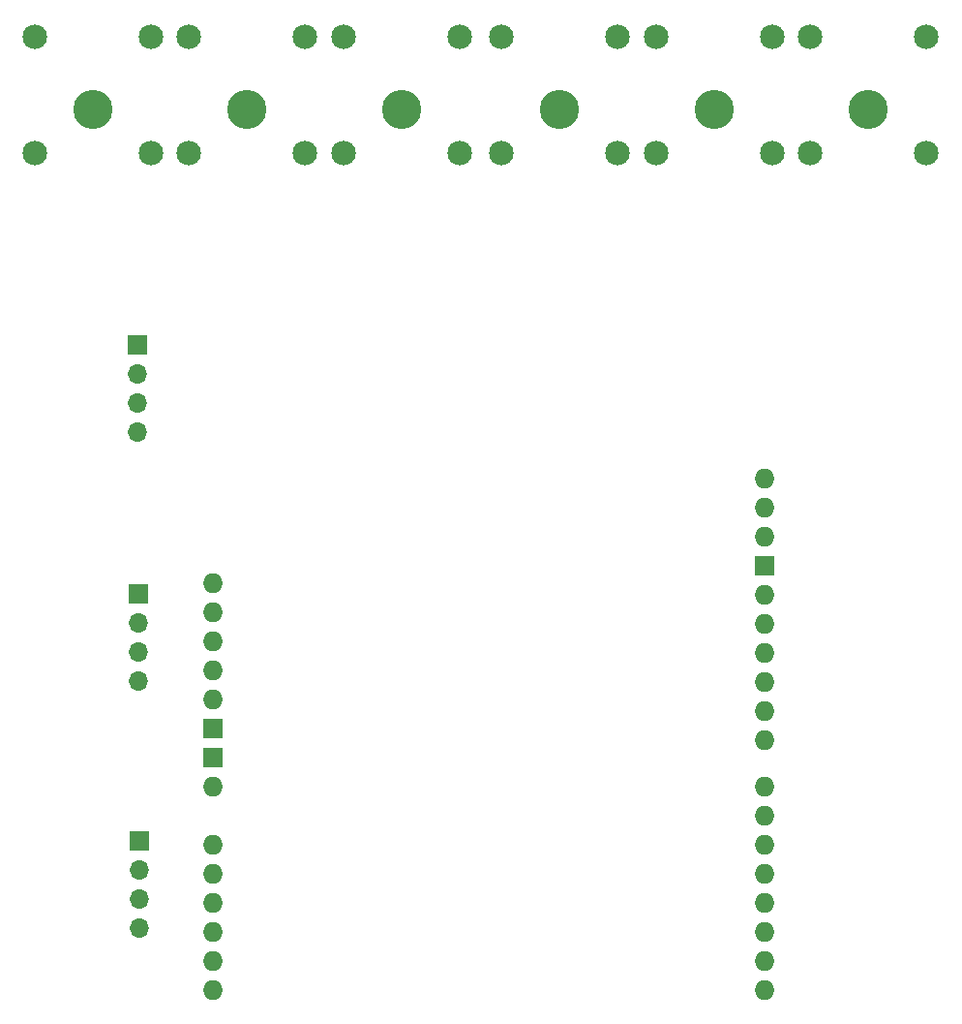
<source format=gbr>
%TF.GenerationSoftware,KiCad,Pcbnew,8.0.5*%
%TF.CreationDate,2025-03-21T11:48:15-04:00*%
%TF.ProjectId,ArduinoRev4Hat,41726475-696e-46f5-9265-76344861742e,rev?*%
%TF.SameCoordinates,Original*%
%TF.FileFunction,Soldermask,Top*%
%TF.FilePolarity,Negative*%
%FSLAX46Y46*%
G04 Gerber Fmt 4.6, Leading zero omitted, Abs format (unit mm)*
G04 Created by KiCad (PCBNEW 8.0.5) date 2025-03-21 11:48:15*
%MOMM*%
%LPD*%
G01*
G04 APERTURE LIST*
%ADD10C,3.420000*%
%ADD11C,2.154000*%
%ADD12R,1.700000X1.700000*%
%ADD13O,1.700000X1.700000*%
%ADD14O,1.727200X1.727200*%
%ADD15R,1.727200X1.727200*%
G04 APERTURE END LIST*
D10*
%TO.C,J7*%
X128400000Y-47500000D03*
D11*
X133480000Y-51300000D03*
X123320000Y-51300000D03*
X123320000Y-41140000D03*
X133480000Y-41140000D03*
%TD*%
D12*
%TO.C,J5*%
X132300000Y-68100000D03*
D13*
X132300000Y-70640000D03*
X132300000Y-73180000D03*
X132300000Y-75720000D03*
%TD*%
D10*
%TO.C,J9*%
X196215000Y-47495000D03*
D11*
X201295000Y-51295000D03*
X191135000Y-51295000D03*
X191135000Y-41135000D03*
X201295000Y-41135000D03*
%TD*%
D10*
%TO.C,J10*%
X169215000Y-47495000D03*
D11*
X174295000Y-51295000D03*
X164135000Y-51295000D03*
X164135000Y-41135000D03*
X174295000Y-41135000D03*
%TD*%
D12*
%TO.C,J4*%
X132330000Y-89800000D03*
D13*
X132330000Y-92340000D03*
X132330000Y-94880000D03*
X132330000Y-97420000D03*
%TD*%
D10*
%TO.C,J8*%
X141800000Y-47500000D03*
D11*
X146880000Y-51300000D03*
X136720000Y-51300000D03*
X136720000Y-41140000D03*
X146880000Y-41140000D03*
%TD*%
D10*
%TO.C,J11*%
X182715000Y-47495000D03*
D11*
X187795000Y-51295000D03*
X177635000Y-51295000D03*
X177635000Y-41135000D03*
X187795000Y-41135000D03*
%TD*%
D10*
%TO.C,J6*%
X155400000Y-47500000D03*
D11*
X160480000Y-51300000D03*
X150320000Y-51300000D03*
X150320000Y-41140000D03*
X160480000Y-41140000D03*
%TD*%
D12*
%TO.C,J3*%
X132430000Y-111400000D03*
D13*
X132430000Y-113940000D03*
X132430000Y-116480000D03*
X132430000Y-119020000D03*
%TD*%
D14*
%TO.C,A1*%
X138840000Y-96490000D03*
X138840000Y-99030000D03*
X138840000Y-111730000D03*
X138840000Y-114270000D03*
X138840000Y-116810000D03*
X138840000Y-119350000D03*
X138840000Y-121890000D03*
X138840000Y-124430000D03*
X187100000Y-84806000D03*
X138840000Y-88870000D03*
X187100000Y-124430000D03*
X187100000Y-121890000D03*
X187100000Y-119350000D03*
X187100000Y-116810000D03*
X187100000Y-114270000D03*
X187100000Y-111730000D03*
X187100000Y-109190000D03*
X187100000Y-106650000D03*
X187100000Y-102586000D03*
X187100000Y-100046000D03*
X187100000Y-97506000D03*
X187100000Y-94966000D03*
X187100000Y-92426000D03*
X187100000Y-89886000D03*
D15*
X187100000Y-87346000D03*
X138840000Y-101570000D03*
X138840000Y-104110000D03*
D14*
X138840000Y-91410000D03*
X138840000Y-93950000D03*
X187100000Y-79726000D03*
X187100000Y-82266000D03*
X138840000Y-106650000D03*
%TD*%
M02*

</source>
